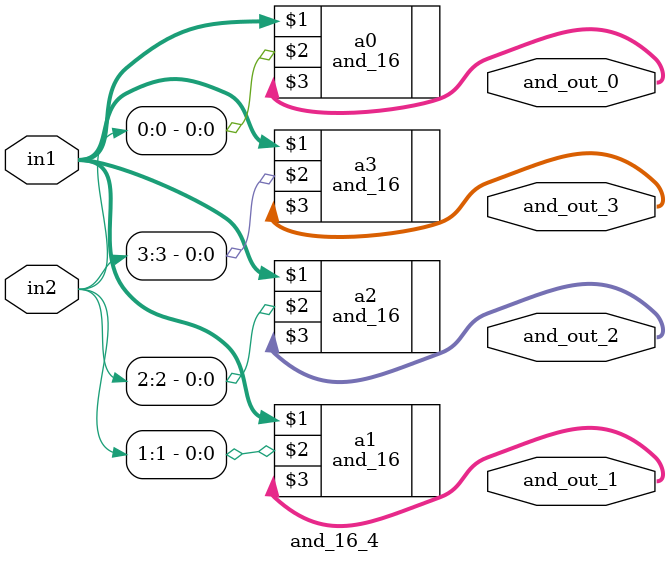
<source format=v>
`include "and_16.v"
module and_16_4(
    input [15:0] in1,
    input [3:0] in2,
    output [15:0] and_out_0,
    output [15:0] and_out_1,
    output [15:0] and_out_2,
    output [15:0] and_out_3
);
    and_16 a0(in1, in2[0], and_out_0);
    and_16 a1(in1, in2[1], and_out_1);
    and_16 a2(in1, in2[2], and_out_2);
    and_16 a3(in1, in2[3], and_out_3);
endmodule
</source>
